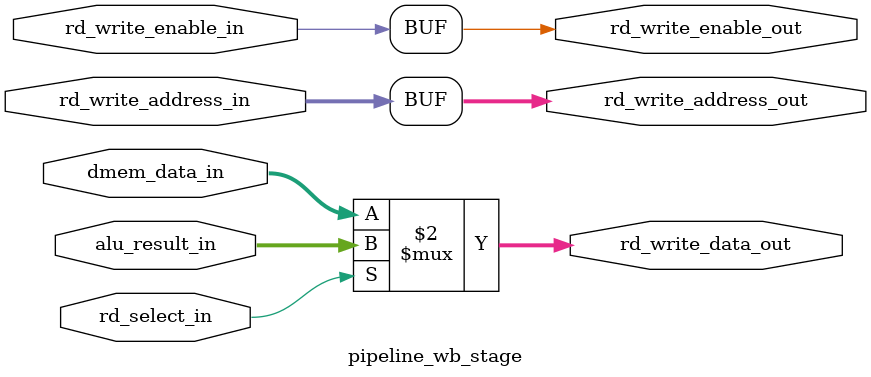
<source format=v>
`timescale 1ns / 1ps

module pipeline_wb_stage(
    input   [4:0]   rd_write_address_in,
    input           rd_write_enable_in,
    input           rd_select_in,

    input   [31:0]  alu_result_in,
    input   [31:0]  dmem_data_in,

    output  [4:0]   rd_write_address_out,
    output          rd_write_enable_out,
    output  [31:0]  rd_write_data_out
    );

    assign rd_write_address_out = rd_write_address_in;
    assign rd_write_enable_out  = rd_write_enable_in;
    assign rd_write_data_out    = ~rd_select_in ? dmem_data_in : alu_result_in;

endmodule

</source>
